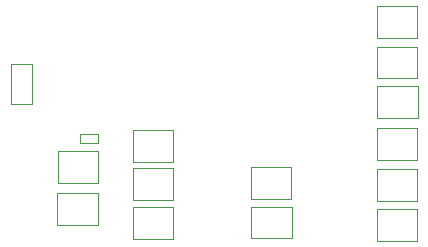
<source format=gbr>
%TF.GenerationSoftware,Altium Limited,CircuitMaker,2.0.2 (2.0.2.40)*%
G04 Layer_Color=15138737*
%FSLAX24Y24*%
%MOIN*%
%TF.SameCoordinates,FDAE7A5D-6217-40FD-BC7F-11D62B7A5D98*%
%TF.FilePolarity,Positive*%
%TF.FileFunction,Other,3D_Top*%
%TF.Part,Single*%
G01*
G75*
%TA.AperFunction,NonConductor*%
%ADD47C,0.0039*%
D47*
X20502Y15167D02*
Y15482D01*
X19872Y15167D02*
X20502D01*
X19872D02*
Y15482D01*
X20502D01*
X31140Y16004D02*
Y17067D01*
X29801Y16004D02*
Y17067D01*
Y16004D02*
X31140D01*
X29801Y17067D02*
X31140D01*
X31122Y17323D02*
Y18386D01*
X29783Y17323D02*
Y18386D01*
Y17323D02*
X31122D01*
X29783Y18386D02*
X31122D01*
X31110Y14616D02*
Y15679D01*
X29772Y14616D02*
Y15679D01*
Y14616D02*
X31110D01*
X29772Y15679D02*
X31110D01*
X31132Y13228D02*
Y14291D01*
X29793Y13228D02*
Y14291D01*
Y13228D02*
X31132D01*
X29793Y14291D02*
X31132D01*
X31122Y18661D02*
Y19724D01*
X29783Y18661D02*
Y19724D01*
Y18661D02*
X31122D01*
X29783Y19724D02*
X31122D01*
X31132Y11919D02*
Y12982D01*
X29793Y11919D02*
Y12982D01*
Y11919D02*
X31132D01*
X29793Y12982D02*
X31132D01*
X21663Y11968D02*
X23002D01*
X21663Y13032D02*
X23002D01*
Y11968D02*
Y13032D01*
X21663Y11968D02*
Y13032D01*
X25600Y11988D02*
X26939D01*
X25600Y13051D02*
X26939D01*
Y11988D02*
Y13051D01*
X25600Y11988D02*
Y13051D01*
X21654Y14537D02*
X22992D01*
X21654Y15600D02*
X22992D01*
Y14537D02*
Y15600D01*
X21654Y14537D02*
Y15600D01*
X25591Y14360D02*
X26929D01*
X25591Y13297D02*
X26929D01*
X25591D02*
Y14360D01*
X26929Y13297D02*
Y14360D01*
X21663Y13268D02*
X23002D01*
X21663Y14331D02*
X23002D01*
Y13268D02*
Y14331D01*
X21663Y13268D02*
Y14331D01*
X19154Y13848D02*
X20492D01*
X19154Y14911D02*
X20492D01*
Y13848D02*
Y14911D01*
X19154Y13848D02*
Y14911D01*
X19134Y13494D02*
X20472D01*
X19134Y12431D02*
X20472D01*
X19134D02*
Y13494D01*
X20472Y12431D02*
Y13494D01*
X17579Y17805D02*
X18287D01*
X17579Y16467D02*
X18287D01*
Y17805D01*
X17579Y16467D02*
Y17805D01*
%TF.MD5,0588d21cf85f5de35e0b50d27fb9d06f*%
M02*

</source>
